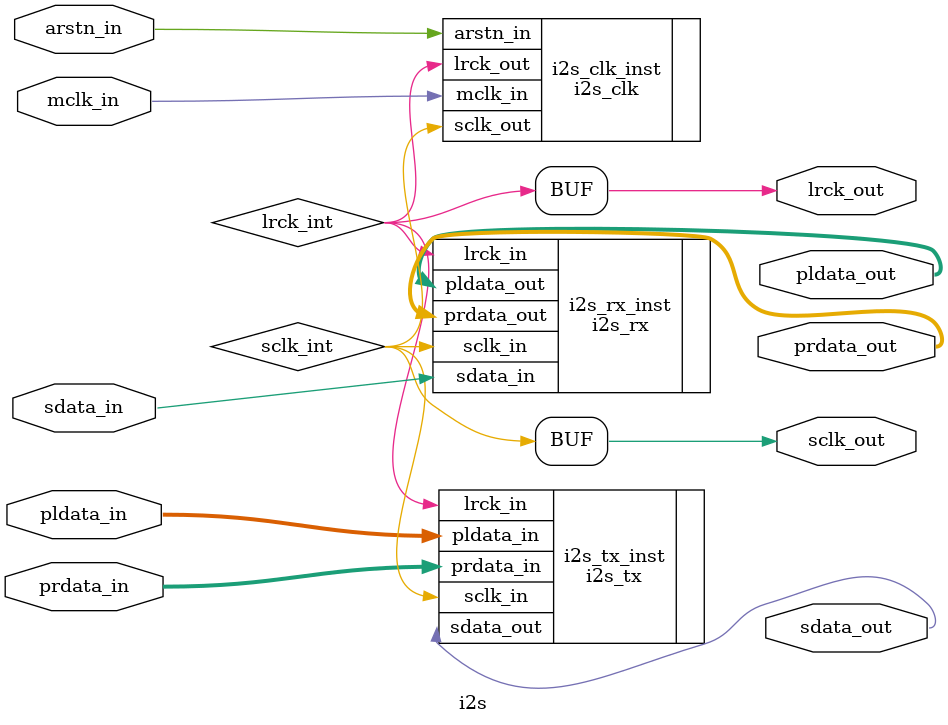
<source format=v>
module i2s #(
    parameter MCLK_DIV_LRCK = 256,
    parameter MCLK_DIV_SCLK = 4,
    parameter PDATA_WIDTH = 32
) (
    input wire arstn_in,

    input wire mclk_in,

    output wire lrck_out,
    output wire sclk_out,

    input wire sdata_in,

    output wire [PDATA_WIDTH - 1 : 0] pldata_out,
    output wire [PDATA_WIDTH - 1 : 0] prdata_out,

    output wire sdata_out,

    input wire [PDATA_WIDTH - 1 : 0] pldata_in,
    input wire [PDATA_WIDTH - 1 : 0] prdata_in
);

    wire lrck_int;
    assign lrck_out = lrck_int;

    wire sclk_int;
    assign sclk_out = sclk_int;

    i2s_clk #(
        .MCLK_DIV_LRCK (MCLK_DIV_LRCK),
        .MCLK_DIV_SCLK (MCLK_DIV_SCLK)
    ) i2s_clk_inst (
    	.arstn_in (arstn_in),
        .mclk_in (mclk_in),
        .lrck_out (lrck_int),
        .sclk_out (sclk_int)
    );

   i2s_rx #(
        .PDATA_WIDTH (PDATA_WIDTH)
   ) i2s_rx_inst (
        .lrck_in (lrck_int),
        .sclk_in (sclk_int),
        .sdata_in (sdata_in),
        .pldata_out (pldata_out),
        .prdata_out (prdata_out)
   );

    i2s_tx #(
        .PDATA_WIDTH (PDATA_WIDTH)
    ) i2s_tx_inst (
        .lrck_in (lrck_int),
        .sclk_in (sclk_int),
        .sdata_out (sdata_out),
        .pldata_in (pldata_in),
        .prdata_in (prdata_in)
    );

endmodule

</source>
